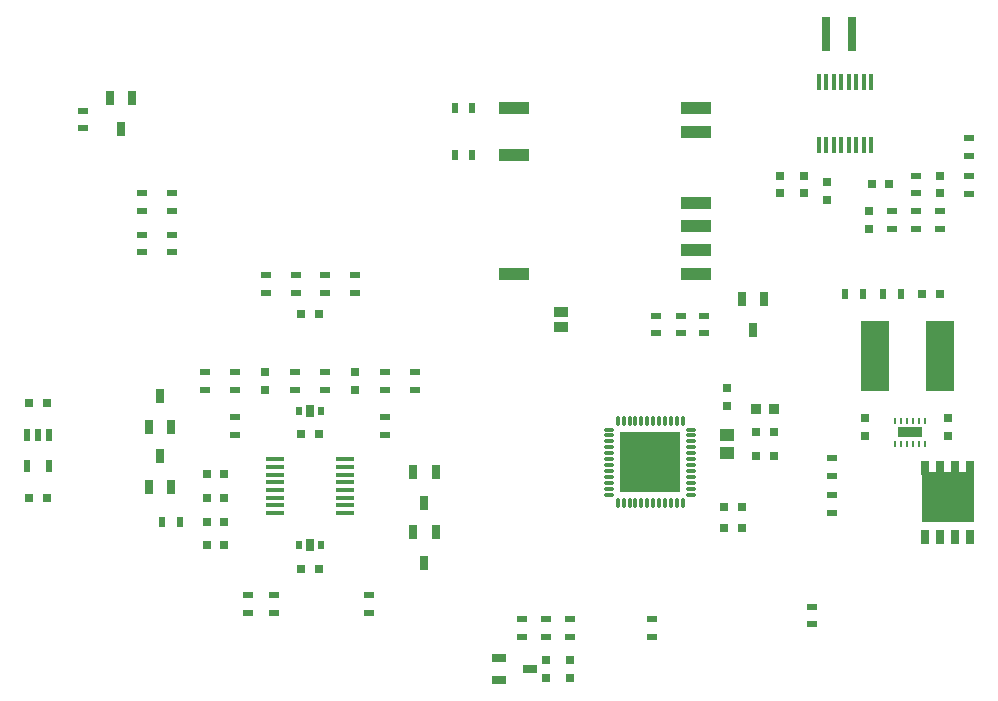
<source format=gtp>
G04 #@! TF.FileFunction,Paste,Top*
%FSLAX46Y46*%
G04 Gerber Fmt 4.6, Leading zero omitted, Abs format (unit mm)*
G04 Created by KiCad (PCBNEW 4.0.7) date 2018 June 13, Wednesday 14:09:15*
%MOMM*%
%LPD*%
G01*
G04 APERTURE LIST*
%ADD10C,0.050000*%
%ADD11R,0.900000X0.500000*%
%ADD12R,0.750000X0.800000*%
%ADD13R,0.800000X0.750000*%
%ADD14R,0.889000X0.889000*%
%ADD15R,0.500000X0.900000*%
%ADD16R,0.550000X1.000000*%
%ADD17O,0.280000X0.850000*%
%ADD18O,0.850000X0.280000*%
%ADD19R,5.100000X5.100000*%
%ADD20R,1.500000X0.450000*%
%ADD21R,1.249680X0.998220*%
%ADD22R,2.450000X5.900000*%
%ADD23R,0.800000X2.900000*%
%ADD24R,0.381000X1.397000*%
%ADD25R,0.650000X1.220000*%
%ADD26R,2.500000X1.100000*%
%ADD27R,1.270000X0.965200*%
%ADD28R,0.500000X0.750000*%
%ADD29R,0.800000X1.000000*%
%ADD30R,0.700000X1.200000*%
%ADD31R,4.500000X4.290000*%
%ADD32R,1.550000X1.600000*%
%ADD33R,1.550000X1.200000*%
%ADD34R,2.000000X0.900000*%
%ADD35R,0.250000X0.600000*%
%ADD36R,1.220000X0.650000*%
G04 APERTURE END LIST*
D10*
G36*
X47925000Y18075000D02*
X47925000Y16925000D01*
X49075000Y16925000D01*
X49075000Y18075000D01*
X47925000Y18075000D01*
G37*
G36*
X49375000Y18075000D02*
X49375000Y16925000D01*
X50525000Y16925000D01*
X50525000Y18075000D01*
X49375000Y18075000D01*
G37*
G36*
X49375000Y16625000D02*
X49375000Y15475000D01*
X50525000Y15475000D01*
X50525000Y16625000D01*
X49375000Y16625000D01*
G37*
G36*
X47925000Y16625000D02*
X47925000Y15475000D01*
X49075000Y15475000D01*
X49075000Y16625000D01*
X47925000Y16625000D01*
G37*
G36*
X46475000Y16625000D02*
X46475000Y15475000D01*
X47625000Y15475000D01*
X47625000Y16625000D01*
X46475000Y16625000D01*
G37*
G36*
X46475000Y18075000D02*
X46475000Y16925000D01*
X47625000Y16925000D01*
X47625000Y18075000D01*
X46475000Y18075000D01*
G37*
G36*
X46475000Y19525000D02*
X46475000Y18375000D01*
X47625000Y18375000D01*
X47625000Y19525000D01*
X46475000Y19525000D01*
G37*
G36*
X47925000Y19525000D02*
X47925000Y18375000D01*
X49075000Y18375000D01*
X49075000Y19525000D01*
X47925000Y19525000D01*
G37*
G36*
X49375000Y19525000D02*
X49375000Y18375000D01*
X50525000Y18375000D01*
X50525000Y19525000D01*
X49375000Y19525000D01*
G37*
D11*
X39690000Y2705000D03*
X39690000Y4205000D03*
D12*
X73690000Y21205000D03*
X73690000Y19705000D03*
D13*
X-2560000Y22455000D03*
X-4060000Y22455000D03*
D12*
X63500000Y41205000D03*
X63500000Y39705000D03*
D13*
X-2560000Y14455000D03*
X-4060000Y14455000D03*
D12*
X66690000Y21205000D03*
X66690000Y19705000D03*
X59500000Y41750000D03*
X59500000Y40250000D03*
X61500000Y41750000D03*
X61500000Y40250000D03*
X55000000Y22250000D03*
X55000000Y23750000D03*
D13*
X57500000Y20000000D03*
X59000000Y20000000D03*
X57500000Y18000000D03*
X59000000Y18000000D03*
X56250000Y11955000D03*
X54750000Y11955000D03*
X56250000Y13705000D03*
X54750000Y13705000D03*
D12*
X41690000Y705000D03*
X41690000Y-795000D03*
X39690000Y705000D03*
X39690000Y-795000D03*
D13*
X71500000Y31750000D03*
X73000000Y31750000D03*
X20440000Y30060000D03*
X18940000Y30060000D03*
D12*
X23500000Y25095000D03*
X23500000Y23595000D03*
X15880000Y25095000D03*
X15880000Y23595000D03*
D13*
X18940000Y19900000D03*
X20440000Y19900000D03*
X18940000Y8455000D03*
X20440000Y8455000D03*
X12440000Y10455000D03*
X10940000Y10455000D03*
X10940000Y12455000D03*
X12440000Y12455000D03*
X10940000Y14455000D03*
X12440000Y14455000D03*
X10940000Y16455000D03*
X12440000Y16455000D03*
D14*
X57500000Y22000000D03*
X59024000Y22000000D03*
D11*
X63890000Y16305000D03*
X63890000Y17805000D03*
X63890000Y13205000D03*
X63890000Y14705000D03*
X73000000Y38750000D03*
X73000000Y37250000D03*
X71000000Y41750000D03*
X71000000Y40250000D03*
X71000000Y37250000D03*
X71000000Y38750000D03*
X48690000Y2705000D03*
X48690000Y4205000D03*
X41690000Y2705000D03*
X41690000Y4205000D03*
X37690000Y2705000D03*
X37690000Y4205000D03*
X75490000Y43405000D03*
X75490000Y44905000D03*
X75490000Y41705000D03*
X75490000Y40205000D03*
D15*
X65000000Y31750000D03*
X66500000Y31750000D03*
X68250000Y31750000D03*
X69750000Y31750000D03*
X31940000Y47455000D03*
X33440000Y47455000D03*
D11*
X62210000Y5255000D03*
X62210000Y3755000D03*
X28580000Y25095000D03*
X28580000Y23595000D03*
X10800000Y25095000D03*
X10800000Y23595000D03*
X18420000Y23595000D03*
X18420000Y25095000D03*
X20960000Y23595000D03*
X20960000Y25095000D03*
X26040000Y23595000D03*
X26040000Y25095000D03*
X13340000Y23595000D03*
X13340000Y25095000D03*
X13340000Y19785000D03*
X13340000Y21285000D03*
X26040000Y19785000D03*
X26040000Y21285000D03*
D15*
X7190000Y12455000D03*
X8690000Y12455000D03*
D11*
X24690000Y4705000D03*
X24690000Y6205000D03*
X16690000Y4705000D03*
X16690000Y6205000D03*
X14408571Y4705000D03*
X14408571Y6205000D03*
X500000Y45750000D03*
X500000Y47250000D03*
X8000000Y38750000D03*
X8000000Y40250000D03*
X5500000Y40250000D03*
X5500000Y38750000D03*
X8000000Y35250000D03*
X8000000Y36750000D03*
X5500000Y36750000D03*
X5500000Y35250000D03*
D16*
X-2360000Y19755000D03*
X-3310000Y19755000D03*
X-4260000Y19755000D03*
X-4260000Y17155000D03*
X-2360000Y17155000D03*
D17*
X51250000Y20975000D03*
X50750000Y20975000D03*
X50250000Y20975000D03*
X49750000Y20975000D03*
X49250000Y20975000D03*
X48750000Y20975000D03*
X48250000Y20975000D03*
X47750000Y20975000D03*
X47250000Y20975000D03*
X46750000Y20975000D03*
X46250000Y20975000D03*
X45750000Y20975000D03*
D18*
X45025000Y20250000D03*
X45025000Y19750000D03*
X45025000Y19250000D03*
X45025000Y18750000D03*
X45025000Y18250000D03*
X45025000Y17750000D03*
X45025000Y17250000D03*
X45025000Y16750000D03*
X45025000Y16250000D03*
X45025000Y15750000D03*
X45025000Y15250000D03*
X45025000Y14750000D03*
D17*
X45750000Y14025000D03*
X46250000Y14025000D03*
X46750000Y14025000D03*
X47250000Y14025000D03*
X47750000Y14025000D03*
X48250000Y14025000D03*
X48750000Y14025000D03*
X49250000Y14025000D03*
X49750000Y14025000D03*
X50250000Y14025000D03*
X50750000Y14025000D03*
X51250000Y14025000D03*
D18*
X51975000Y14750000D03*
X51975000Y15250000D03*
X51975000Y15750000D03*
X51975000Y16250000D03*
X51975000Y16750000D03*
X51975000Y17250000D03*
X51975000Y17750000D03*
X51975000Y18250000D03*
X51975000Y18750000D03*
X51975000Y19250000D03*
X51975000Y19750000D03*
X51975000Y20250000D03*
D19*
X48500000Y17500000D03*
D20*
X22640000Y13180000D03*
X22640000Y13830000D03*
X22640000Y14480000D03*
X22640000Y15130000D03*
X22640000Y15780000D03*
X22640000Y16430000D03*
X22640000Y17080000D03*
X22640000Y17730000D03*
X16740000Y17730000D03*
X16740000Y17080000D03*
X16740000Y16430000D03*
X16740000Y15780000D03*
X16740000Y15130000D03*
X16740000Y14480000D03*
X16740000Y13830000D03*
X16740000Y13180000D03*
D21*
X55000000Y19749300D03*
X55000000Y18250700D03*
D12*
X67000000Y37250000D03*
X67000000Y38750000D03*
D13*
X68750000Y41000000D03*
X67250000Y41000000D03*
D12*
X73000000Y40250000D03*
X73000000Y41750000D03*
D22*
X73065000Y26455000D03*
X67515000Y26455000D03*
D23*
X65600000Y53750000D03*
X63400000Y53750000D03*
D11*
X69000000Y37250000D03*
X69000000Y38750000D03*
D24*
X67222500Y49667000D03*
X66587500Y49667000D03*
X65952500Y49667000D03*
X65317500Y49667000D03*
X64682500Y49667000D03*
X64047500Y49667000D03*
X63412500Y49667000D03*
X62777500Y49667000D03*
X62777500Y44333000D03*
X63412500Y44333000D03*
X64047500Y44333000D03*
X64682500Y44333000D03*
X65317500Y44333000D03*
X65952500Y44333000D03*
X66587500Y44333000D03*
X67222500Y44333000D03*
D11*
X16000000Y33350000D03*
X16000000Y31850000D03*
X18500000Y33350000D03*
X18500000Y31850000D03*
X21000000Y33350000D03*
X21000000Y31850000D03*
X23500000Y33350000D03*
X23500000Y31850000D03*
D15*
X31940000Y43455000D03*
X33440000Y43455000D03*
D11*
X53090000Y28405000D03*
X53090000Y29905000D03*
X48990000Y28395000D03*
X48990000Y29895000D03*
X51085000Y28395000D03*
X51085000Y29895000D03*
D25*
X30340000Y16615000D03*
X28440000Y16615000D03*
X29390000Y13995000D03*
X6040000Y20495000D03*
X7940000Y20495000D03*
X6990000Y23115000D03*
D26*
X36990000Y47455000D03*
X36990000Y43455000D03*
X36990000Y33455000D03*
X52390000Y33455000D03*
X52390000Y35455000D03*
X52390000Y37455000D03*
X52390000Y39455000D03*
X52390000Y45455000D03*
X52390000Y47455000D03*
D25*
X30340000Y11535000D03*
X28440000Y11535000D03*
X29390000Y8915000D03*
X6040000Y15415000D03*
X7940000Y15415000D03*
X6990000Y18035000D03*
D27*
X40940000Y28935000D03*
X40940000Y30205000D03*
D28*
X18740000Y21805000D03*
X20640000Y21805000D03*
D29*
X19690000Y21805000D03*
D28*
X18740000Y10455000D03*
X20640000Y10455000D03*
D29*
X19690000Y10455000D03*
D30*
X71780000Y11155000D03*
X73050000Y11155000D03*
X74330000Y11155000D03*
X75600000Y11155000D03*
X75600000Y16955000D03*
X74330000Y16955000D03*
X73050000Y16955000D03*
X71780000Y16955000D03*
D31*
X73690000Y14555000D03*
D32*
X72600000Y15305000D03*
X74780000Y15305000D03*
D33*
X72600000Y13305000D03*
X74780000Y13305000D03*
D34*
X70500000Y20000000D03*
D35*
X70750000Y21000000D03*
X71750000Y21000000D03*
X71250000Y21000000D03*
X70250000Y21000000D03*
X69750000Y21000000D03*
X69250000Y21000000D03*
X69250000Y19000000D03*
X69750000Y19000000D03*
X70250000Y19000000D03*
X70750000Y19000000D03*
X71250000Y19000000D03*
X71750000Y19000000D03*
D36*
X35710000Y905000D03*
X35710000Y-995000D03*
X38330000Y-45000D03*
D25*
X58160000Y31315000D03*
X56260000Y31315000D03*
X57210000Y28695000D03*
X4660000Y48315000D03*
X2760000Y48315000D03*
X3710000Y45695000D03*
M02*

</source>
